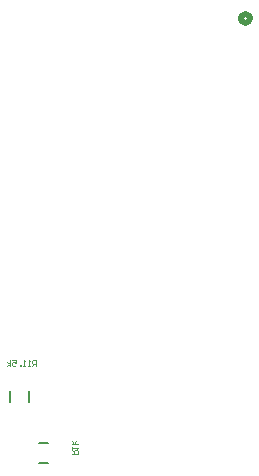
<source format=gbo>
G04*
G04 #@! TF.GenerationSoftware,Altium Limited,Altium Designer,21.6.4 (81)*
G04*
G04 Layer_Color=32896*
%FSLAX25Y25*%
%MOIN*%
G70*
G04*
G04 #@! TF.SameCoordinates,5859FE92-40B9-4657-A5CE-F15D5BB89CAD*
G04*
G04*
G04 #@! TF.FilePolarity,Positive*
G04*
G01*
G75*
%ADD10C,0.02000*%
%ADD11C,0.00787*%
%ADD14C,0.00394*%
D10*
X138776Y188189D02*
X138425Y189153D01*
X137536Y189666D01*
X136526Y189488D01*
X135866Y188702D01*
Y187676D01*
X136526Y186890D01*
X137536Y186712D01*
X138425Y187225D01*
X138776Y188189D01*
D11*
X58661Y60342D02*
Y64067D01*
X64961Y60342D02*
Y64067D01*
X68307Y39862D02*
X71260D01*
X68307Y46752D02*
X71260D01*
D14*
X67518Y72244D02*
Y74212D01*
X66534D01*
X66206Y73884D01*
Y73228D01*
X66534Y72900D01*
X67518D01*
X66862D02*
X66206Y72244D01*
X65550D02*
X64894D01*
X65222D01*
Y74212D01*
X65550Y73884D01*
X63910Y72244D02*
X63254D01*
X63582D01*
Y74212D01*
X63910Y73884D01*
X62270Y72244D02*
Y72572D01*
X61942D01*
Y72244D01*
X62270D01*
X59319Y74212D02*
X60631D01*
Y73228D01*
X59975Y73556D01*
X59647D01*
X59319Y73228D01*
Y72572D01*
X59647Y72244D01*
X60303D01*
X60631Y72572D01*
X58663Y72244D02*
Y74212D01*
Y72900D02*
X57679Y73556D01*
X58663Y72900D02*
X57679Y72244D01*
X79429Y42881D02*
X81397D01*
Y43865D01*
X81069Y44193D01*
X80413D01*
X80085Y43865D01*
Y42881D01*
Y43537D02*
X79429Y44193D01*
Y44849D02*
Y45505D01*
Y45177D01*
X81397D01*
X81069Y44849D01*
X79429Y46489D02*
X81397D01*
X80085D02*
X80741Y47473D01*
X80085Y46489D02*
X79429Y47473D01*
M02*

</source>
